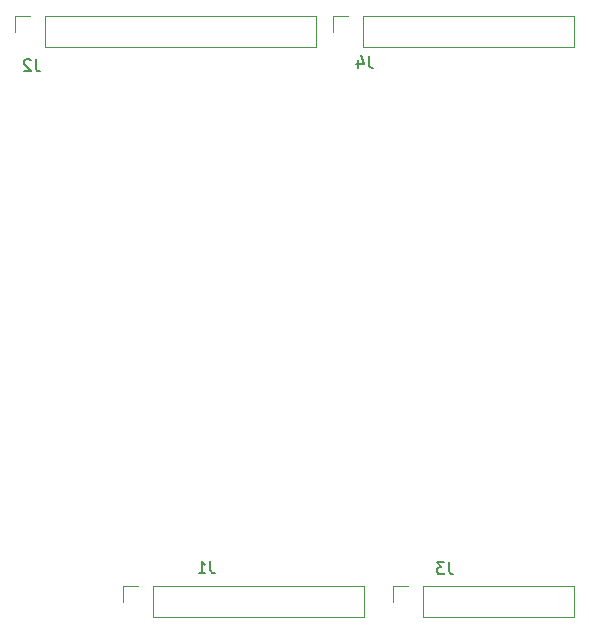
<source format=gbr>
%TF.GenerationSoftware,KiCad,Pcbnew,8.0.1*%
%TF.CreationDate,2024-05-26T17:54:05+02:00*%
%TF.ProjectId,BandPass,42616e64-5061-4737-932e-6b696361645f,v03*%
%TF.SameCoordinates,PX5f5e100PY5f5e100*%
%TF.FileFunction,Legend,Bot*%
%TF.FilePolarity,Positive*%
%FSLAX46Y46*%
G04 Gerber Fmt 4.6, Leading zero omitted, Abs format (unit mm)*
G04 Created by KiCad (PCBNEW 8.0.1) date 2024-05-26 17:54:05*
%MOMM*%
%LPD*%
G01*
G04 APERTURE LIST*
%ADD10C,0.150000*%
%ADD11C,0.120000*%
G04 APERTURE END LIST*
D10*
X34033333Y5945181D02*
X34033333Y5230896D01*
X34033333Y5230896D02*
X34080952Y5088039D01*
X34080952Y5088039D02*
X34176190Y4992800D01*
X34176190Y4992800D02*
X34319047Y4945181D01*
X34319047Y4945181D02*
X34414285Y4945181D01*
X33033333Y4945181D02*
X33604761Y4945181D01*
X33319047Y4945181D02*
X33319047Y5945181D01*
X33319047Y5945181D02*
X33414285Y5802324D01*
X33414285Y5802324D02*
X33509523Y5707086D01*
X33509523Y5707086D02*
X33604761Y5659467D01*
X54233333Y5845181D02*
X54233333Y5130896D01*
X54233333Y5130896D02*
X54280952Y4988039D01*
X54280952Y4988039D02*
X54376190Y4892800D01*
X54376190Y4892800D02*
X54519047Y4845181D01*
X54519047Y4845181D02*
X54614285Y4845181D01*
X53852380Y5845181D02*
X53233333Y5845181D01*
X53233333Y5845181D02*
X53566666Y5464229D01*
X53566666Y5464229D02*
X53423809Y5464229D01*
X53423809Y5464229D02*
X53328571Y5416610D01*
X53328571Y5416610D02*
X53280952Y5368991D01*
X53280952Y5368991D02*
X53233333Y5273753D01*
X53233333Y5273753D02*
X53233333Y5035658D01*
X53233333Y5035658D02*
X53280952Y4940420D01*
X53280952Y4940420D02*
X53328571Y4892800D01*
X53328571Y4892800D02*
X53423809Y4845181D01*
X53423809Y4845181D02*
X53709523Y4845181D01*
X53709523Y4845181D02*
X53804761Y4892800D01*
X53804761Y4892800D02*
X53852380Y4940420D01*
X19233333Y48445181D02*
X19233333Y47730896D01*
X19233333Y47730896D02*
X19280952Y47588039D01*
X19280952Y47588039D02*
X19376190Y47492800D01*
X19376190Y47492800D02*
X19519047Y47445181D01*
X19519047Y47445181D02*
X19614285Y47445181D01*
X18804761Y48349943D02*
X18757142Y48397562D01*
X18757142Y48397562D02*
X18661904Y48445181D01*
X18661904Y48445181D02*
X18423809Y48445181D01*
X18423809Y48445181D02*
X18328571Y48397562D01*
X18328571Y48397562D02*
X18280952Y48349943D01*
X18280952Y48349943D02*
X18233333Y48254705D01*
X18233333Y48254705D02*
X18233333Y48159467D01*
X18233333Y48159467D02*
X18280952Y48016610D01*
X18280952Y48016610D02*
X18852380Y47445181D01*
X18852380Y47445181D02*
X18233333Y47445181D01*
X47433333Y48745181D02*
X47433333Y48030896D01*
X47433333Y48030896D02*
X47480952Y47888039D01*
X47480952Y47888039D02*
X47576190Y47792800D01*
X47576190Y47792800D02*
X47719047Y47745181D01*
X47719047Y47745181D02*
X47814285Y47745181D01*
X46528571Y48411848D02*
X46528571Y47745181D01*
X46766666Y48792800D02*
X47004761Y48078515D01*
X47004761Y48078515D02*
X46385714Y48078515D01*
D11*
%TO.C,J1*%
X26610000Y3870000D02*
X27940000Y3870000D01*
X26610000Y2540000D02*
X26610000Y3870000D01*
X29210000Y1210000D02*
X29210000Y3870000D01*
X47050000Y3870000D02*
X29210000Y3870000D01*
X47050000Y1210000D02*
X29210000Y1210000D01*
X47050000Y1210000D02*
X47050000Y3870000D01*
%TO.C,J3*%
X49470000Y3870000D02*
X50800000Y3870000D01*
X49470000Y2540000D02*
X49470000Y3870000D01*
X52070000Y1210000D02*
X52070000Y3870000D01*
X64830000Y3870000D02*
X52070000Y3870000D01*
X64830000Y1210000D02*
X52070000Y1210000D01*
X64830000Y1210000D02*
X64830000Y3870000D01*
%TO.C,J2*%
X17466000Y52130000D02*
X18796000Y52130000D01*
X17466000Y50800000D02*
X17466000Y52130000D01*
X20066000Y49470000D02*
X20066000Y52130000D01*
X42986000Y52130000D02*
X20066000Y52130000D01*
X42986000Y49470000D02*
X20066000Y49470000D01*
X42986000Y49470000D02*
X42986000Y52130000D01*
%TO.C,J4*%
X44390000Y52130000D02*
X45720000Y52130000D01*
X44390000Y50800000D02*
X44390000Y52130000D01*
X46990000Y49470000D02*
X46990000Y52130000D01*
X64830000Y52130000D02*
X46990000Y52130000D01*
X64830000Y49470000D02*
X46990000Y49470000D01*
X64830000Y49470000D02*
X64830000Y52130000D01*
%TD*%
M02*

</source>
